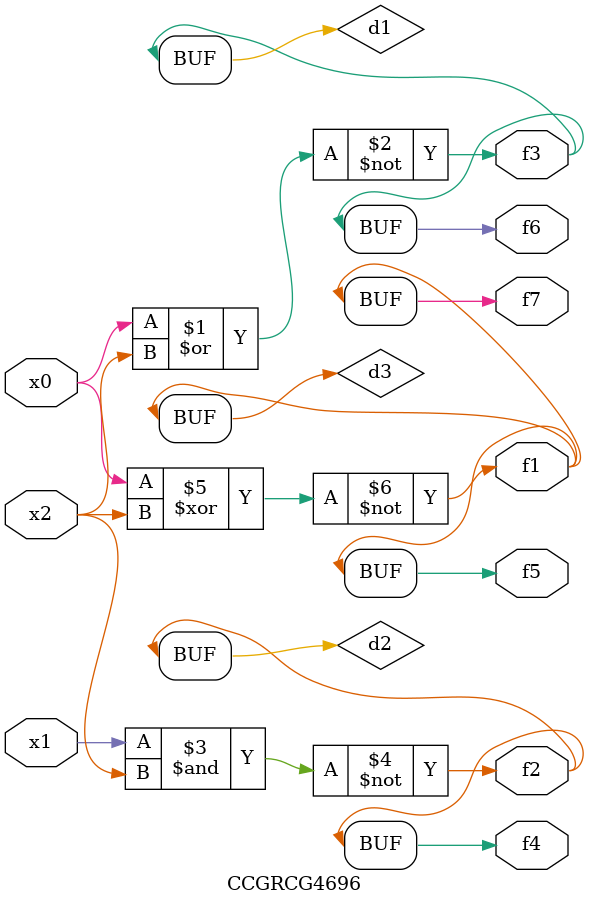
<source format=v>
module CCGRCG4696(
	input x0, x1, x2,
	output f1, f2, f3, f4, f5, f6, f7
);

	wire d1, d2, d3;

	nor (d1, x0, x2);
	nand (d2, x1, x2);
	xnor (d3, x0, x2);
	assign f1 = d3;
	assign f2 = d2;
	assign f3 = d1;
	assign f4 = d2;
	assign f5 = d3;
	assign f6 = d1;
	assign f7 = d3;
endmodule

</source>
